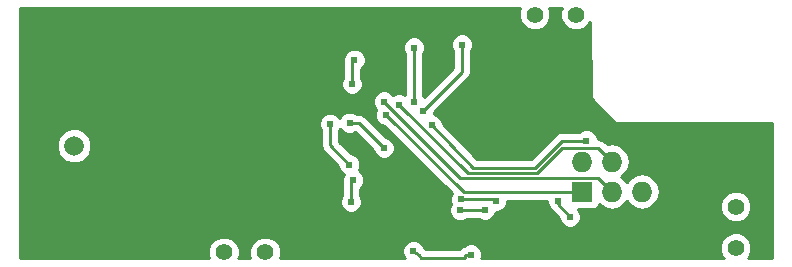
<source format=gbr>
G04 #@! TF.FileFunction,Copper,L2,Bot,Signal*
%FSLAX46Y46*%
G04 Gerber Fmt 4.6, Leading zero omitted, Abs format (unit mm)*
G04 Created by KiCad (PCBNEW 4.0.7-e2-6376~58~ubuntu16.04.1) date Mon Apr 16 12:32:01 2018*
%MOMM*%
%LPD*%
G01*
G04 APERTURE LIST*
%ADD10C,0.100000*%
%ADD11C,1.397000*%
%ADD12C,1.670000*%
%ADD13R,1.727200X1.727200*%
%ADD14O,1.727200X1.727200*%
%ADD15C,0.609600*%
%ADD16C,0.254000*%
G04 APERTURE END LIST*
D10*
D11*
X124615000Y-75001000D03*
X128115000Y-75001000D03*
D12*
X111940000Y-65976500D03*
X167640000Y-65976500D03*
D11*
X154432000Y-54864000D03*
X150932000Y-54864000D03*
X167950000Y-71120000D03*
X167950000Y-74620000D03*
D13*
X154940000Y-69850000D03*
D14*
X154940000Y-67310000D03*
X157480000Y-69850000D03*
X157480000Y-67310000D03*
X160020000Y-69850000D03*
X160020000Y-67310000D03*
D15*
X140716000Y-57658000D03*
X140716000Y-62230000D03*
X144780000Y-57404000D03*
X141478000Y-62992000D03*
X153924000Y-72009000D03*
X152908000Y-70662800D03*
X135128000Y-65965474D03*
X113538000Y-55753000D03*
X131699000Y-64262000D03*
X107632500Y-67373500D03*
X125222000Y-58991500D03*
X131318000Y-71183500D03*
X131000500Y-58991500D03*
X165976300Y-71882000D03*
X156629100Y-74917300D03*
X133985000Y-55372000D03*
X147701000Y-55499000D03*
X153162000Y-58674000D03*
X147205700Y-64503300D03*
X146685000Y-66040000D03*
X143510000Y-73406000D03*
X136906000Y-70993000D03*
X132588000Y-74549000D03*
X132588000Y-72263000D03*
X135674100Y-58699400D03*
X135470900Y-60744100D03*
X138328400Y-63347600D03*
X138176000Y-62230000D03*
X139446000Y-62484000D03*
X144627600Y-71424800D03*
X146710400Y-71374000D03*
X140665200Y-74879200D03*
X145542000Y-75184000D03*
X142240000Y-64211200D03*
X155321000Y-65532000D03*
X144729200Y-70510400D03*
X147675600Y-70612000D03*
X135382000Y-70713600D03*
X135585200Y-68884800D03*
X133604000Y-64109600D03*
X135229600Y-67564000D03*
X135264311Y-64020289D03*
X138176000Y-66167000D03*
D16*
X140716000Y-62230000D02*
X140716000Y-57658000D01*
X141478000Y-62992000D02*
X144780000Y-59690000D01*
X144780000Y-59690000D02*
X144780000Y-57404000D01*
X152908000Y-70662800D02*
X152908000Y-70866000D01*
X152908000Y-70866000D02*
X153924000Y-72009000D01*
X107632500Y-67373500D02*
X108331000Y-66675000D01*
X135470900Y-60744100D02*
X135470900Y-58902600D01*
X135470900Y-58902600D02*
X135674100Y-58699400D01*
X154940000Y-69850000D02*
X144969816Y-69850000D01*
X144969816Y-69850000D02*
X138328400Y-63347600D01*
X156336999Y-68706999D02*
X144652999Y-68706999D01*
X144652999Y-68706999D02*
X138176000Y-62230000D01*
X157480000Y-69850000D02*
X156336999Y-68706999D01*
X151155411Y-68300589D02*
X145262589Y-68300589D01*
X145262589Y-68300589D02*
X139446000Y-62484000D01*
X157480000Y-67310000D02*
X156336999Y-66166999D01*
X156336999Y-66166999D02*
X153289001Y-66166999D01*
X153289001Y-66166999D02*
X151155411Y-68300589D01*
X146659600Y-71424800D02*
X144627600Y-71424800D01*
X146710400Y-71374000D02*
X146659600Y-71424800D01*
X140665200Y-74879200D02*
X141147799Y-75260189D01*
X145110948Y-75184000D02*
X145542000Y-75184000D01*
X141147799Y-75260189D02*
X141173189Y-75260189D01*
X141173189Y-75260189D02*
X141351000Y-75438000D01*
X141351000Y-75438000D02*
X145034000Y-75438000D01*
X145034000Y-75438000D02*
X145034000Y-75260948D01*
X145034000Y-75260948D02*
X145110948Y-75184000D01*
X150926821Y-67894179D02*
X145682363Y-67894179D01*
X145682363Y-67894179D02*
X142240000Y-64211200D01*
X153289000Y-65532000D02*
X150926821Y-67894179D01*
X155321000Y-65532000D02*
X153289000Y-65532000D01*
X147574000Y-70510400D02*
X144729200Y-70510400D01*
X147675600Y-70612000D02*
X147574000Y-70510400D01*
X135382000Y-69088000D02*
X135382000Y-70713600D01*
X135585200Y-68884800D02*
X135382000Y-69088000D01*
X133604000Y-65938400D02*
X133604000Y-64109600D01*
X135229600Y-67564000D02*
X133604000Y-65938400D01*
X138176000Y-66167000D02*
X136029289Y-64020289D01*
X136029289Y-64020289D02*
X135264311Y-64020289D01*
G36*
X149598732Y-54597587D02*
X149598269Y-55128086D01*
X149800854Y-55618380D01*
X150175647Y-55993827D01*
X150665587Y-56197268D01*
X151196086Y-56197731D01*
X151686380Y-55995146D01*
X152061827Y-55620353D01*
X152265268Y-55130413D01*
X152265731Y-54599914D01*
X152143462Y-54304000D01*
X153220640Y-54304000D01*
X153098732Y-54597587D01*
X153098269Y-55128086D01*
X153300854Y-55618380D01*
X153675647Y-55993827D01*
X154165587Y-56197268D01*
X154696086Y-56197731D01*
X155186380Y-55995146D01*
X155561827Y-55620353D01*
X155611927Y-55499699D01*
X155702013Y-61850801D01*
X155712718Y-61900064D01*
X155737827Y-61937411D01*
X157769827Y-64032911D01*
X157811406Y-64061417D01*
X157861000Y-64071500D01*
X170994000Y-64071500D01*
X170994000Y-75490000D01*
X168965982Y-75490000D01*
X169079827Y-75376353D01*
X169283268Y-74886413D01*
X169283731Y-74355914D01*
X169081146Y-73865620D01*
X168706353Y-73490173D01*
X168216413Y-73286732D01*
X167685914Y-73286269D01*
X167195620Y-73488854D01*
X166820173Y-73863647D01*
X166616732Y-74353587D01*
X166616269Y-74884086D01*
X166818854Y-75374380D01*
X166934273Y-75490000D01*
X146432538Y-75490000D01*
X146481637Y-75371758D01*
X146481963Y-74997882D01*
X146339188Y-74652341D01*
X146075049Y-74387741D01*
X145729758Y-74244363D01*
X145355882Y-74244037D01*
X145010341Y-74386812D01*
X144941284Y-74455748D01*
X144819343Y-74480004D01*
X144704183Y-74556952D01*
X144572133Y-74645185D01*
X144541318Y-74676000D01*
X141644097Y-74676000D01*
X141608689Y-74652341D01*
X141601571Y-74647585D01*
X141579002Y-74629768D01*
X141462388Y-74347541D01*
X141198249Y-74082941D01*
X140852958Y-73939563D01*
X140479082Y-73939237D01*
X140133541Y-74082012D01*
X139868941Y-74346151D01*
X139725563Y-74691442D01*
X139725237Y-75065318D01*
X139868012Y-75410859D01*
X139947015Y-75490000D01*
X129355842Y-75490000D01*
X129448268Y-75267413D01*
X129448731Y-74736914D01*
X129246146Y-74246620D01*
X128871353Y-73871173D01*
X128381413Y-73667732D01*
X127850914Y-73667269D01*
X127360620Y-73869854D01*
X126985173Y-74244647D01*
X126781732Y-74734587D01*
X126781269Y-75265086D01*
X126874201Y-75490000D01*
X125855842Y-75490000D01*
X125948268Y-75267413D01*
X125948731Y-74736914D01*
X125746146Y-74246620D01*
X125371353Y-73871173D01*
X124881413Y-73667732D01*
X124350914Y-73667269D01*
X123860620Y-73869854D01*
X123485173Y-74244647D01*
X123281732Y-74734587D01*
X123281269Y-75265086D01*
X123374201Y-75490000D01*
X107390000Y-75490000D01*
X107390000Y-66267618D01*
X110469745Y-66267618D01*
X110693068Y-66808100D01*
X111106225Y-67221979D01*
X111646316Y-67446244D01*
X112231118Y-67446755D01*
X112771600Y-67223432D01*
X113185479Y-66810275D01*
X113409744Y-66270184D01*
X113410255Y-65685382D01*
X113186932Y-65144900D01*
X112773775Y-64731021D01*
X112233684Y-64506756D01*
X111648882Y-64506245D01*
X111108400Y-64729568D01*
X110694521Y-65142725D01*
X110470256Y-65682816D01*
X110469745Y-66267618D01*
X107390000Y-66267618D01*
X107390000Y-64295718D01*
X132664037Y-64295718D01*
X132806812Y-64641259D01*
X132842000Y-64676508D01*
X132842000Y-65938400D01*
X132900004Y-66230005D01*
X133052750Y-66458605D01*
X133065185Y-66477215D01*
X134289679Y-67701710D01*
X134289637Y-67750118D01*
X134432412Y-68095659D01*
X134696551Y-68360259D01*
X134772340Y-68391730D01*
X134645563Y-68697042D01*
X134645333Y-68960642D01*
X134620000Y-69088000D01*
X134620000Y-70146352D01*
X134585741Y-70180551D01*
X134442363Y-70525842D01*
X134442037Y-70899718D01*
X134584812Y-71245259D01*
X134848951Y-71509859D01*
X135194242Y-71653237D01*
X135568118Y-71653563D01*
X135913659Y-71510788D01*
X136178259Y-71246649D01*
X136321637Y-70901358D01*
X136321963Y-70527482D01*
X136179188Y-70181941D01*
X136144000Y-70146692D01*
X136144000Y-69654894D01*
X136381459Y-69417849D01*
X136524837Y-69072558D01*
X136525163Y-68698682D01*
X136382388Y-68353141D01*
X136118249Y-68088541D01*
X136042460Y-68057070D01*
X136169237Y-67751758D01*
X136169563Y-67377882D01*
X136026788Y-67032341D01*
X135762649Y-66767741D01*
X135417358Y-66624363D01*
X135367550Y-66624320D01*
X134366000Y-65622770D01*
X134366000Y-64676848D01*
X134400259Y-64642649D01*
X134452558Y-64516699D01*
X134467123Y-64551948D01*
X134731262Y-64816548D01*
X135076553Y-64959926D01*
X135450429Y-64960252D01*
X135762625Y-64831255D01*
X137236079Y-66304710D01*
X137236037Y-66353118D01*
X137378812Y-66698659D01*
X137642951Y-66963259D01*
X137988242Y-67106637D01*
X138362118Y-67106963D01*
X138707659Y-66964188D01*
X138972259Y-66700049D01*
X139115637Y-66354758D01*
X139115963Y-65980882D01*
X138973188Y-65635341D01*
X138709049Y-65370741D01*
X138363758Y-65227363D01*
X138313950Y-65227320D01*
X136568104Y-63481474D01*
X136481545Y-63423637D01*
X136320894Y-63316293D01*
X136029289Y-63258289D01*
X135831559Y-63258289D01*
X135797360Y-63224030D01*
X135452069Y-63080652D01*
X135078193Y-63080326D01*
X134732652Y-63223101D01*
X134468052Y-63487240D01*
X134415753Y-63613190D01*
X134401188Y-63577941D01*
X134137049Y-63313341D01*
X133791758Y-63169963D01*
X133417882Y-63169637D01*
X133072341Y-63312412D01*
X132807741Y-63576551D01*
X132664363Y-63921842D01*
X132664037Y-64295718D01*
X107390000Y-64295718D01*
X107390000Y-62416118D01*
X137236037Y-62416118D01*
X137378812Y-62761659D01*
X137502609Y-62885672D01*
X137388763Y-63159842D01*
X137388437Y-63533718D01*
X137531212Y-63879259D01*
X137795351Y-64143859D01*
X138140642Y-64287237D01*
X138198966Y-64287288D01*
X143971432Y-69938927D01*
X143932941Y-69977351D01*
X143789563Y-70322642D01*
X143789237Y-70696518D01*
X143858644Y-70864496D01*
X143831341Y-70891751D01*
X143687963Y-71237042D01*
X143687637Y-71610918D01*
X143830412Y-71956459D01*
X144094551Y-72221059D01*
X144439842Y-72364437D01*
X144813718Y-72364763D01*
X145159259Y-72221988D01*
X145194508Y-72186800D01*
X146217186Y-72186800D01*
X146522642Y-72313637D01*
X146896518Y-72313963D01*
X147242059Y-72171188D01*
X147506659Y-71907049D01*
X147650037Y-71561758D01*
X147650046Y-71551778D01*
X147861718Y-71551963D01*
X148207259Y-71409188D01*
X148471859Y-71145049D01*
X148615237Y-70799758D01*
X148615401Y-70612000D01*
X151968244Y-70612000D01*
X151968037Y-70848918D01*
X152110812Y-71194459D01*
X152374951Y-71459059D01*
X152439448Y-71485840D01*
X152984121Y-72098599D01*
X152984037Y-72195118D01*
X153126812Y-72540659D01*
X153390951Y-72805259D01*
X153736242Y-72948637D01*
X154110118Y-72948963D01*
X154455659Y-72806188D01*
X154720259Y-72542049D01*
X154863637Y-72196758D01*
X154863963Y-71822882D01*
X154721188Y-71477341D01*
X154628096Y-71384086D01*
X166616269Y-71384086D01*
X166818854Y-71874380D01*
X167193647Y-72249827D01*
X167683587Y-72453268D01*
X168214086Y-72453731D01*
X168704380Y-72251146D01*
X169079827Y-71876353D01*
X169283268Y-71386413D01*
X169283731Y-70855914D01*
X169081146Y-70365620D01*
X168706353Y-69990173D01*
X168216413Y-69786732D01*
X167685914Y-69786269D01*
X167195620Y-69988854D01*
X166820173Y-70363647D01*
X166616732Y-70853587D01*
X166616269Y-71384086D01*
X154628096Y-71384086D01*
X154605090Y-71361040D01*
X155803600Y-71361040D01*
X156038917Y-71316762D01*
X156255041Y-71177690D01*
X156400031Y-70965490D01*
X156408864Y-70921869D01*
X156420330Y-70939029D01*
X156906511Y-71263885D01*
X157480000Y-71377959D01*
X158053489Y-71263885D01*
X158539670Y-70939029D01*
X158750000Y-70624248D01*
X158960330Y-70939029D01*
X159446511Y-71263885D01*
X160020000Y-71377959D01*
X160593489Y-71263885D01*
X161079670Y-70939029D01*
X161404526Y-70452848D01*
X161518600Y-69879359D01*
X161518600Y-69820641D01*
X161404526Y-69247152D01*
X161079670Y-68760971D01*
X160593489Y-68436115D01*
X160020000Y-68322041D01*
X159446511Y-68436115D01*
X158960330Y-68760971D01*
X158750000Y-69075752D01*
X158539670Y-68760971D01*
X158268828Y-68580000D01*
X158539670Y-68399029D01*
X158864526Y-67912848D01*
X158978600Y-67339359D01*
X158978600Y-67280641D01*
X158864526Y-66707152D01*
X158539670Y-66220971D01*
X158053489Y-65896115D01*
X157480000Y-65782041D01*
X157104386Y-65856755D01*
X156875814Y-65628184D01*
X156628604Y-65463003D01*
X156336999Y-65404999D01*
X156260911Y-65404999D01*
X156260963Y-65345882D01*
X156118188Y-65000341D01*
X155854049Y-64735741D01*
X155508758Y-64592363D01*
X155134882Y-64592037D01*
X154789341Y-64734812D01*
X154754092Y-64770000D01*
X153289000Y-64770000D01*
X152997396Y-64828003D01*
X152750185Y-64993184D01*
X150611191Y-67132179D01*
X146013169Y-67132179D01*
X143179897Y-64100866D01*
X143179963Y-64025082D01*
X143037188Y-63679541D01*
X142773049Y-63414941D01*
X142427758Y-63271563D01*
X142379534Y-63271521D01*
X142417637Y-63179758D01*
X142417680Y-63129950D01*
X145318815Y-60228815D01*
X145483996Y-59981605D01*
X145490897Y-59946912D01*
X145542000Y-59690000D01*
X145542000Y-57971248D01*
X145576259Y-57937049D01*
X145719637Y-57591758D01*
X145719963Y-57217882D01*
X145577188Y-56872341D01*
X145313049Y-56607741D01*
X144967758Y-56464363D01*
X144593882Y-56464037D01*
X144248341Y-56606812D01*
X143983741Y-56870951D01*
X143840363Y-57216242D01*
X143840037Y-57590118D01*
X143982812Y-57935659D01*
X144018000Y-57970908D01*
X144018000Y-59374370D01*
X141566063Y-61826307D01*
X141513188Y-61698341D01*
X141478000Y-61663092D01*
X141478000Y-58225248D01*
X141512259Y-58191049D01*
X141655637Y-57845758D01*
X141655963Y-57471882D01*
X141513188Y-57126341D01*
X141249049Y-56861741D01*
X140903758Y-56718363D01*
X140529882Y-56718037D01*
X140184341Y-56860812D01*
X139919741Y-57124951D01*
X139776363Y-57470242D01*
X139776037Y-57844118D01*
X139918812Y-58189659D01*
X139954000Y-58224908D01*
X139954000Y-61662752D01*
X139943679Y-61673054D01*
X139633758Y-61544363D01*
X139259882Y-61544037D01*
X138947855Y-61672964D01*
X138709049Y-61433741D01*
X138363758Y-61290363D01*
X137989882Y-61290037D01*
X137644341Y-61432812D01*
X137379741Y-61696951D01*
X137236363Y-62042242D01*
X137236037Y-62416118D01*
X107390000Y-62416118D01*
X107390000Y-60930218D01*
X134530937Y-60930218D01*
X134673712Y-61275759D01*
X134937851Y-61540359D01*
X135283142Y-61683737D01*
X135657018Y-61684063D01*
X136002559Y-61541288D01*
X136267159Y-61277149D01*
X136410537Y-60931858D01*
X136410863Y-60557982D01*
X136268088Y-60212441D01*
X136232900Y-60177192D01*
X136232900Y-59469494D01*
X136470359Y-59232449D01*
X136613737Y-58887158D01*
X136614063Y-58513282D01*
X136471288Y-58167741D01*
X136207149Y-57903141D01*
X135861858Y-57759763D01*
X135487982Y-57759437D01*
X135142441Y-57902212D01*
X134877841Y-58166351D01*
X134734463Y-58511642D01*
X134734233Y-58775242D01*
X134708900Y-58902600D01*
X134708900Y-60176852D01*
X134674641Y-60211051D01*
X134531263Y-60556342D01*
X134530937Y-60930218D01*
X107390000Y-60930218D01*
X107390000Y-54304000D01*
X149720640Y-54304000D01*
X149598732Y-54597587D01*
X149598732Y-54597587D01*
G37*
X149598732Y-54597587D02*
X149598269Y-55128086D01*
X149800854Y-55618380D01*
X150175647Y-55993827D01*
X150665587Y-56197268D01*
X151196086Y-56197731D01*
X151686380Y-55995146D01*
X152061827Y-55620353D01*
X152265268Y-55130413D01*
X152265731Y-54599914D01*
X152143462Y-54304000D01*
X153220640Y-54304000D01*
X153098732Y-54597587D01*
X153098269Y-55128086D01*
X153300854Y-55618380D01*
X153675647Y-55993827D01*
X154165587Y-56197268D01*
X154696086Y-56197731D01*
X155186380Y-55995146D01*
X155561827Y-55620353D01*
X155611927Y-55499699D01*
X155702013Y-61850801D01*
X155712718Y-61900064D01*
X155737827Y-61937411D01*
X157769827Y-64032911D01*
X157811406Y-64061417D01*
X157861000Y-64071500D01*
X170994000Y-64071500D01*
X170994000Y-75490000D01*
X168965982Y-75490000D01*
X169079827Y-75376353D01*
X169283268Y-74886413D01*
X169283731Y-74355914D01*
X169081146Y-73865620D01*
X168706353Y-73490173D01*
X168216413Y-73286732D01*
X167685914Y-73286269D01*
X167195620Y-73488854D01*
X166820173Y-73863647D01*
X166616732Y-74353587D01*
X166616269Y-74884086D01*
X166818854Y-75374380D01*
X166934273Y-75490000D01*
X146432538Y-75490000D01*
X146481637Y-75371758D01*
X146481963Y-74997882D01*
X146339188Y-74652341D01*
X146075049Y-74387741D01*
X145729758Y-74244363D01*
X145355882Y-74244037D01*
X145010341Y-74386812D01*
X144941284Y-74455748D01*
X144819343Y-74480004D01*
X144704183Y-74556952D01*
X144572133Y-74645185D01*
X144541318Y-74676000D01*
X141644097Y-74676000D01*
X141608689Y-74652341D01*
X141601571Y-74647585D01*
X141579002Y-74629768D01*
X141462388Y-74347541D01*
X141198249Y-74082941D01*
X140852958Y-73939563D01*
X140479082Y-73939237D01*
X140133541Y-74082012D01*
X139868941Y-74346151D01*
X139725563Y-74691442D01*
X139725237Y-75065318D01*
X139868012Y-75410859D01*
X139947015Y-75490000D01*
X129355842Y-75490000D01*
X129448268Y-75267413D01*
X129448731Y-74736914D01*
X129246146Y-74246620D01*
X128871353Y-73871173D01*
X128381413Y-73667732D01*
X127850914Y-73667269D01*
X127360620Y-73869854D01*
X126985173Y-74244647D01*
X126781732Y-74734587D01*
X126781269Y-75265086D01*
X126874201Y-75490000D01*
X125855842Y-75490000D01*
X125948268Y-75267413D01*
X125948731Y-74736914D01*
X125746146Y-74246620D01*
X125371353Y-73871173D01*
X124881413Y-73667732D01*
X124350914Y-73667269D01*
X123860620Y-73869854D01*
X123485173Y-74244647D01*
X123281732Y-74734587D01*
X123281269Y-75265086D01*
X123374201Y-75490000D01*
X107390000Y-75490000D01*
X107390000Y-66267618D01*
X110469745Y-66267618D01*
X110693068Y-66808100D01*
X111106225Y-67221979D01*
X111646316Y-67446244D01*
X112231118Y-67446755D01*
X112771600Y-67223432D01*
X113185479Y-66810275D01*
X113409744Y-66270184D01*
X113410255Y-65685382D01*
X113186932Y-65144900D01*
X112773775Y-64731021D01*
X112233684Y-64506756D01*
X111648882Y-64506245D01*
X111108400Y-64729568D01*
X110694521Y-65142725D01*
X110470256Y-65682816D01*
X110469745Y-66267618D01*
X107390000Y-66267618D01*
X107390000Y-64295718D01*
X132664037Y-64295718D01*
X132806812Y-64641259D01*
X132842000Y-64676508D01*
X132842000Y-65938400D01*
X132900004Y-66230005D01*
X133052750Y-66458605D01*
X133065185Y-66477215D01*
X134289679Y-67701710D01*
X134289637Y-67750118D01*
X134432412Y-68095659D01*
X134696551Y-68360259D01*
X134772340Y-68391730D01*
X134645563Y-68697042D01*
X134645333Y-68960642D01*
X134620000Y-69088000D01*
X134620000Y-70146352D01*
X134585741Y-70180551D01*
X134442363Y-70525842D01*
X134442037Y-70899718D01*
X134584812Y-71245259D01*
X134848951Y-71509859D01*
X135194242Y-71653237D01*
X135568118Y-71653563D01*
X135913659Y-71510788D01*
X136178259Y-71246649D01*
X136321637Y-70901358D01*
X136321963Y-70527482D01*
X136179188Y-70181941D01*
X136144000Y-70146692D01*
X136144000Y-69654894D01*
X136381459Y-69417849D01*
X136524837Y-69072558D01*
X136525163Y-68698682D01*
X136382388Y-68353141D01*
X136118249Y-68088541D01*
X136042460Y-68057070D01*
X136169237Y-67751758D01*
X136169563Y-67377882D01*
X136026788Y-67032341D01*
X135762649Y-66767741D01*
X135417358Y-66624363D01*
X135367550Y-66624320D01*
X134366000Y-65622770D01*
X134366000Y-64676848D01*
X134400259Y-64642649D01*
X134452558Y-64516699D01*
X134467123Y-64551948D01*
X134731262Y-64816548D01*
X135076553Y-64959926D01*
X135450429Y-64960252D01*
X135762625Y-64831255D01*
X137236079Y-66304710D01*
X137236037Y-66353118D01*
X137378812Y-66698659D01*
X137642951Y-66963259D01*
X137988242Y-67106637D01*
X138362118Y-67106963D01*
X138707659Y-66964188D01*
X138972259Y-66700049D01*
X139115637Y-66354758D01*
X139115963Y-65980882D01*
X138973188Y-65635341D01*
X138709049Y-65370741D01*
X138363758Y-65227363D01*
X138313950Y-65227320D01*
X136568104Y-63481474D01*
X136481545Y-63423637D01*
X136320894Y-63316293D01*
X136029289Y-63258289D01*
X135831559Y-63258289D01*
X135797360Y-63224030D01*
X135452069Y-63080652D01*
X135078193Y-63080326D01*
X134732652Y-63223101D01*
X134468052Y-63487240D01*
X134415753Y-63613190D01*
X134401188Y-63577941D01*
X134137049Y-63313341D01*
X133791758Y-63169963D01*
X133417882Y-63169637D01*
X133072341Y-63312412D01*
X132807741Y-63576551D01*
X132664363Y-63921842D01*
X132664037Y-64295718D01*
X107390000Y-64295718D01*
X107390000Y-62416118D01*
X137236037Y-62416118D01*
X137378812Y-62761659D01*
X137502609Y-62885672D01*
X137388763Y-63159842D01*
X137388437Y-63533718D01*
X137531212Y-63879259D01*
X137795351Y-64143859D01*
X138140642Y-64287237D01*
X138198966Y-64287288D01*
X143971432Y-69938927D01*
X143932941Y-69977351D01*
X143789563Y-70322642D01*
X143789237Y-70696518D01*
X143858644Y-70864496D01*
X143831341Y-70891751D01*
X143687963Y-71237042D01*
X143687637Y-71610918D01*
X143830412Y-71956459D01*
X144094551Y-72221059D01*
X144439842Y-72364437D01*
X144813718Y-72364763D01*
X145159259Y-72221988D01*
X145194508Y-72186800D01*
X146217186Y-72186800D01*
X146522642Y-72313637D01*
X146896518Y-72313963D01*
X147242059Y-72171188D01*
X147506659Y-71907049D01*
X147650037Y-71561758D01*
X147650046Y-71551778D01*
X147861718Y-71551963D01*
X148207259Y-71409188D01*
X148471859Y-71145049D01*
X148615237Y-70799758D01*
X148615401Y-70612000D01*
X151968244Y-70612000D01*
X151968037Y-70848918D01*
X152110812Y-71194459D01*
X152374951Y-71459059D01*
X152439448Y-71485840D01*
X152984121Y-72098599D01*
X152984037Y-72195118D01*
X153126812Y-72540659D01*
X153390951Y-72805259D01*
X153736242Y-72948637D01*
X154110118Y-72948963D01*
X154455659Y-72806188D01*
X154720259Y-72542049D01*
X154863637Y-72196758D01*
X154863963Y-71822882D01*
X154721188Y-71477341D01*
X154628096Y-71384086D01*
X166616269Y-71384086D01*
X166818854Y-71874380D01*
X167193647Y-72249827D01*
X167683587Y-72453268D01*
X168214086Y-72453731D01*
X168704380Y-72251146D01*
X169079827Y-71876353D01*
X169283268Y-71386413D01*
X169283731Y-70855914D01*
X169081146Y-70365620D01*
X168706353Y-69990173D01*
X168216413Y-69786732D01*
X167685914Y-69786269D01*
X167195620Y-69988854D01*
X166820173Y-70363647D01*
X166616732Y-70853587D01*
X166616269Y-71384086D01*
X154628096Y-71384086D01*
X154605090Y-71361040D01*
X155803600Y-71361040D01*
X156038917Y-71316762D01*
X156255041Y-71177690D01*
X156400031Y-70965490D01*
X156408864Y-70921869D01*
X156420330Y-70939029D01*
X156906511Y-71263885D01*
X157480000Y-71377959D01*
X158053489Y-71263885D01*
X158539670Y-70939029D01*
X158750000Y-70624248D01*
X158960330Y-70939029D01*
X159446511Y-71263885D01*
X160020000Y-71377959D01*
X160593489Y-71263885D01*
X161079670Y-70939029D01*
X161404526Y-70452848D01*
X161518600Y-69879359D01*
X161518600Y-69820641D01*
X161404526Y-69247152D01*
X161079670Y-68760971D01*
X160593489Y-68436115D01*
X160020000Y-68322041D01*
X159446511Y-68436115D01*
X158960330Y-68760971D01*
X158750000Y-69075752D01*
X158539670Y-68760971D01*
X158268828Y-68580000D01*
X158539670Y-68399029D01*
X158864526Y-67912848D01*
X158978600Y-67339359D01*
X158978600Y-67280641D01*
X158864526Y-66707152D01*
X158539670Y-66220971D01*
X158053489Y-65896115D01*
X157480000Y-65782041D01*
X157104386Y-65856755D01*
X156875814Y-65628184D01*
X156628604Y-65463003D01*
X156336999Y-65404999D01*
X156260911Y-65404999D01*
X156260963Y-65345882D01*
X156118188Y-65000341D01*
X155854049Y-64735741D01*
X155508758Y-64592363D01*
X155134882Y-64592037D01*
X154789341Y-64734812D01*
X154754092Y-64770000D01*
X153289000Y-64770000D01*
X152997396Y-64828003D01*
X152750185Y-64993184D01*
X150611191Y-67132179D01*
X146013169Y-67132179D01*
X143179897Y-64100866D01*
X143179963Y-64025082D01*
X143037188Y-63679541D01*
X142773049Y-63414941D01*
X142427758Y-63271563D01*
X142379534Y-63271521D01*
X142417637Y-63179758D01*
X142417680Y-63129950D01*
X145318815Y-60228815D01*
X145483996Y-59981605D01*
X145490897Y-59946912D01*
X145542000Y-59690000D01*
X145542000Y-57971248D01*
X145576259Y-57937049D01*
X145719637Y-57591758D01*
X145719963Y-57217882D01*
X145577188Y-56872341D01*
X145313049Y-56607741D01*
X144967758Y-56464363D01*
X144593882Y-56464037D01*
X144248341Y-56606812D01*
X143983741Y-56870951D01*
X143840363Y-57216242D01*
X143840037Y-57590118D01*
X143982812Y-57935659D01*
X144018000Y-57970908D01*
X144018000Y-59374370D01*
X141566063Y-61826307D01*
X141513188Y-61698341D01*
X141478000Y-61663092D01*
X141478000Y-58225248D01*
X141512259Y-58191049D01*
X141655637Y-57845758D01*
X141655963Y-57471882D01*
X141513188Y-57126341D01*
X141249049Y-56861741D01*
X140903758Y-56718363D01*
X140529882Y-56718037D01*
X140184341Y-56860812D01*
X139919741Y-57124951D01*
X139776363Y-57470242D01*
X139776037Y-57844118D01*
X139918812Y-58189659D01*
X139954000Y-58224908D01*
X139954000Y-61662752D01*
X139943679Y-61673054D01*
X139633758Y-61544363D01*
X139259882Y-61544037D01*
X138947855Y-61672964D01*
X138709049Y-61433741D01*
X138363758Y-61290363D01*
X137989882Y-61290037D01*
X137644341Y-61432812D01*
X137379741Y-61696951D01*
X137236363Y-62042242D01*
X137236037Y-62416118D01*
X107390000Y-62416118D01*
X107390000Y-60930218D01*
X134530937Y-60930218D01*
X134673712Y-61275759D01*
X134937851Y-61540359D01*
X135283142Y-61683737D01*
X135657018Y-61684063D01*
X136002559Y-61541288D01*
X136267159Y-61277149D01*
X136410537Y-60931858D01*
X136410863Y-60557982D01*
X136268088Y-60212441D01*
X136232900Y-60177192D01*
X136232900Y-59469494D01*
X136470359Y-59232449D01*
X136613737Y-58887158D01*
X136614063Y-58513282D01*
X136471288Y-58167741D01*
X136207149Y-57903141D01*
X135861858Y-57759763D01*
X135487982Y-57759437D01*
X135142441Y-57902212D01*
X134877841Y-58166351D01*
X134734463Y-58511642D01*
X134734233Y-58775242D01*
X134708900Y-58902600D01*
X134708900Y-60176852D01*
X134674641Y-60211051D01*
X134531263Y-60556342D01*
X134530937Y-60930218D01*
X107390000Y-60930218D01*
X107390000Y-54304000D01*
X149720640Y-54304000D01*
X149598732Y-54597587D01*
M02*

</source>
